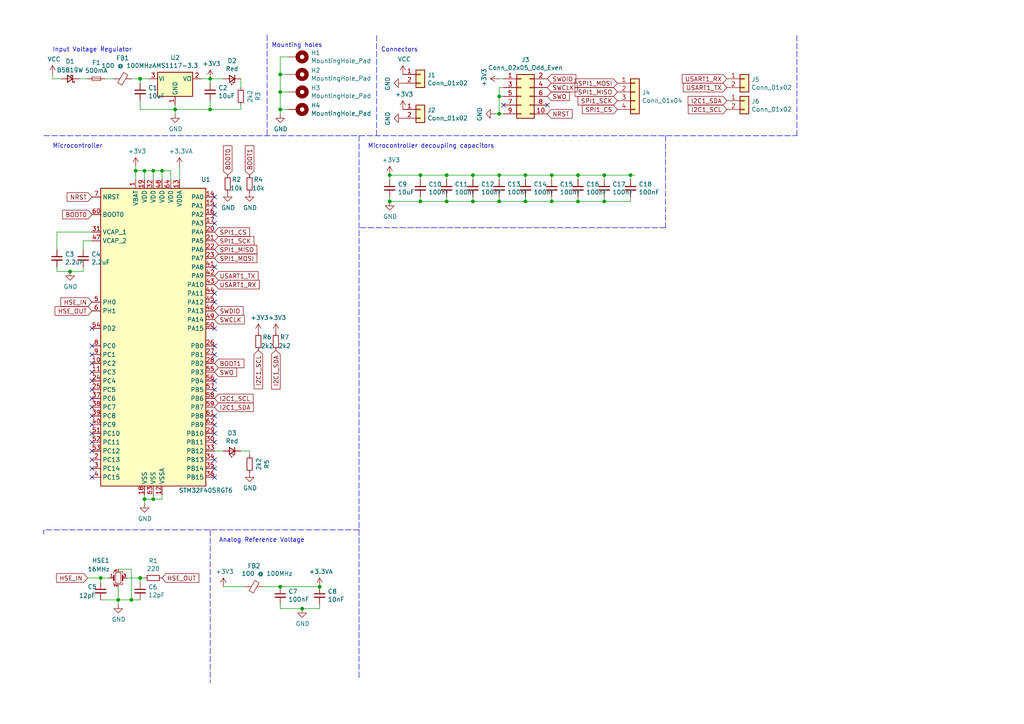
<source format=kicad_sch>
(kicad_sch (version 20211123) (generator eeschema)
  (paper "A4")
  (lib_symbols
    (symbol "Connector_Generic:Conn_01x02" (pin_names (offset 1.016) hide)
      (property "Reference" "J" (at 0 2.54 0))
      (property "Value" "Conn_01x02" (at 0 -5.08 0))
      (symbol "Conn_01x02_1_1"
        (rectangle (start -1.27 -2.413) (end 0 -2.667) (stroke (width 0.1524)))
        (rectangle (start -1.27 0.127) (end 0 -0.127) (stroke (width 0.1524)))
        (rectangle (start -1.27 1.27) (end 1.27 -3.81) (stroke (width 0.254)) (fill (type background)))
        (pin passive line (at -5.08 0 0) (length 3.81) (name "Pin_1") (number "1"))
        (pin passive line (at -5.08 -2.54 0) (length 3.81) (name "Pin_2") (number "2"))
      )
    )
    (symbol "Connector_Generic:Conn_01x04" (pin_names (offset 1.016) hide)
      (property "Reference" "J" (at 0 5.08 0))
      (property "Value" "Conn_01x04" (at 0 -7.62 0))
      (symbol "Conn_01x04_1_1"
        (rectangle (start -1.27 -4.953) (end 0 -5.207) (stroke (width 0.1524)))
        (rectangle (start -1.27 -2.413) (end 0 -2.667) (stroke (width 0.1524)))
        (rectangle (start -1.27 0.127) (end 0 -0.127) (stroke (width 0.1524)))
        (rectangle (start -1.27 2.667) (end 0 2.413) (stroke (width 0.1524)))
        (rectangle (start -1.27 3.81) (end 1.27 -6.35) (stroke (width 0.254)) (fill (type background)))
        (pin passive line (at -5.08 2.54 0) (length 3.81) (name "Pin_1") (number "1"))
        (pin passive line (at -5.08 0 0) (length 3.81) (name "Pin_2") (number "2"))
        (pin passive line (at -5.08 -2.54 0) (length 3.81) (name "Pin_3") (number "3"))
        (pin passive line (at -5.08 -5.08 0) (length 3.81) (name "Pin_4") (number "4"))
      )
    )
    (symbol "Connector_Generic:Conn_02x05_Odd_Even" (pin_names (offset 1.016) hide)
      (property "Reference" "J" (at 1.27 7.62 0))
      (property "Value" "Conn_02x05_Odd_Even" (at 1.27 -7.62 0))
      (symbol "Conn_02x05_Odd_Even_1_1"
        (rectangle (start -1.27 -4.953) (end 0 -5.207) (stroke (width 0.1524)))
        (rectangle (start -1.27 -2.413) (end 0 -2.667) (stroke (width 0.1524)))
        (rectangle (start -1.27 0.127) (end 0 -0.127) (stroke (width 0.1524)))
        (rectangle (start -1.27 2.667) (end 0 2.413) (stroke (width 0.1524)))
        (rectangle (start -1.27 5.207) (end 0 4.953) (stroke (width 0.1524)))
        (rectangle (start -1.27 6.35) (end 3.81 -6.35) (stroke (width 0.254)) (fill (type background)))
        (rectangle (start 3.81 -4.953) (end 2.54 -5.207) (stroke (width 0.1524)))
        (rectangle (start 3.81 -2.413) (end 2.54 -2.667) (stroke (width 0.1524)))
        (rectangle (start 3.81 0.127) (end 2.54 -0.127) (stroke (width 0.1524)))
        (rectangle (start 3.81 2.667) (end 2.54 2.413) (stroke (width 0.1524)))
        (rectangle (start 3.81 5.207) (end 2.54 4.953) (stroke (width 0.1524)))
        (pin passive line (at -5.08 5.08 0) (length 3.81) (name "Pin_1") (number "1"))
        (pin passive line (at 7.62 -5.08 180) (length 3.81) (name "Pin_10") (number "10"))
        (pin passive line (at 7.62 5.08 180) (length 3.81) (name "Pin_2") (number "2"))
        (pin passive line (at -5.08 2.54 0) (length 3.81) (name "Pin_3") (number "3"))
        (pin passive line (at 7.62 2.54 180) (length 3.81) (name "Pin_4") (number "4"))
        (pin passive line (at -5.08 0 0) (length 3.81) (name "Pin_5") (number "5"))
        (pin passive line (at 7.62 0 180) (length 3.81) (name "Pin_6") (number "6"))
        (pin passive line (at -5.08 -2.54 0) (length 3.81) (name "Pin_7") (number "7"))
        (pin passive line (at 7.62 -2.54 180) (length 3.81) (name "Pin_8") (number "8"))
        (pin passive line (at -5.08 -5.08 0) (length 3.81) (name "Pin_9") (number "9"))
      )
    )
    (symbol "Device:C_Small" (pin_numbers hide) (pin_names (offset 0.254) hide)
      (property "Reference" "C" (at 0.254 1.778 0))
      (property "Value" "C_Small" (at 0.254 -2.032 0))
      (symbol "C_Small_0_1"
        (polyline (pts (xy -1.524 -0.508) (xy 1.524 -0.508)) (stroke (width 0.3302)))
        (polyline (pts (xy -1.524 0.508) (xy 1.524 0.508)) (stroke (width 0.3048)))
      )
      (symbol "C_Small_1_1"
        (pin passive line (at 0 2.54 270) (length 2.032) (name "~") (number "1"))
        (pin passive line (at 0 -2.54 90) (length 2.032) (name "~") (number "2"))
      )
    )
    (symbol "Device:Crystal_GND24_Small" (pin_names (offset 1.016) hide)
      (property "Reference" "Y" (at 1.27 4.445 0))
      (property "Value" "Crystal_GND24_Small" (at 1.27 2.54 0))
      (symbol "Crystal_GND24_Small_0_1"
        (rectangle (start -0.762 -1.524) (end 0.762 1.524))
        (polyline (pts (xy -1.27 -0.762) (xy -1.27 0.762)) (stroke (width 0.381)))
        (polyline (pts (xy 1.27 -0.762) (xy 1.27 0.762)) (stroke (width 0.381)))
        (polyline (pts (xy -1.27 -1.27) (xy -1.27 -1.905) (xy 1.27 -1.905) (xy 1.27 -1.27)))
        (polyline (pts (xy -1.27 1.27) (xy -1.27 1.905) (xy 1.27 1.905) (xy 1.27 1.27)))
      )
      (symbol "Crystal_GND24_Small_1_1"
        (pin passive line (at -2.54 0 0) (length 1.27) (name "1") (number "1"))
        (pin passive line (at 0 -2.54 90) (length 0.635) (name "2") (number "2"))
        (pin passive line (at 2.54 0 180) (length 1.27) (name "3") (number "3"))
        (pin passive line (at 0 2.54 270) (length 0.635) (name "4") (number "4"))
      )
    )
    (symbol "Device:D_Schottky_Small" (pin_numbers hide) (pin_names (offset 0.254) hide)
      (property "Reference" "D" (at -1.27 2.032 0))
      (property "Value" "D_Schottky_Small" (at -7.112 -2.032 0))
      (symbol "D_Schottky_Small_0_1"
        (polyline (pts (xy -0.762 0) (xy 0.762 0)))
        (polyline (pts (xy 0.762 -1.016) (xy -0.762 0) (xy 0.762 1.016) (xy 0.762 -1.016)) (stroke (width 0.254)))
        (polyline (pts (xy -1.27 0.762) (xy -1.27 1.016) (xy -0.762 1.016) (xy -0.762 -1.016) (xy -0.254 -1.016) (xy -0.254 -0.762)) (stroke (width 0.254)))
      )
      (symbol "D_Schottky_Small_1_1"
        (pin passive line (at -2.54 0 0) (length 1.778) (name "K") (number "1"))
        (pin passive line (at 2.54 0 180) (length 1.778) (name "A") (number "2"))
      )
    )
    (symbol "Device:Fuse_Small" (pin_numbers hide) (pin_names (offset 0.254) hide)
      (property "Reference" "F" (at 0 -1.524 0))
      (property "Value" "Fuse_Small" (at 0 1.524 0))
      (symbol "Fuse_Small_0_1"
        (rectangle (start -1.27 0.508) (end 1.27 -0.508))
        (polyline (pts (xy -1.27 0) (xy 1.27 0)))
      )
      (symbol "Fuse_Small_1_1"
        (pin passive line (at -2.54 0 0) (length 1.27) (name "~") (number "1"))
        (pin passive line (at 2.54 0 180) (length 1.27) (name "~") (number "2"))
      )
    )
    (symbol "Device:LED_Small" (pin_numbers hide) (pin_names (offset 0.254) hide)
      (property "Reference" "D" (at -1.27 3.175 0))
      (property "Value" "LED_Small" (at -4.445 -2.54 0))
      (symbol "LED_Small_0_1"
        (polyline (pts (xy -0.762 -1.016) (xy -0.762 1.016)) (stroke (width 0.254)))
        (polyline (pts (xy 1.016 0) (xy -0.762 0)))
        (polyline (pts (xy 0.762 -1.016) (xy -0.762 0) (xy 0.762 1.016) (xy 0.762 -1.016)) (stroke (width 0.254)))
        (polyline (pts (xy 0 0.762) (xy -0.508 1.27) (xy -0.254 1.27) (xy -0.508 1.27) (xy -0.508 1.016)))
        (polyline (pts (xy 0.508 1.27) (xy 0 1.778) (xy 0.254 1.778) (xy 0 1.778) (xy 0 1.524)))
      )
      (symbol "LED_Small_1_1"
        (pin passive line (at -2.54 0 0) (length 1.778) (name "K") (number "1"))
        (pin passive line (at 2.54 0 180) (length 1.778) (name "A") (number "2"))
      )
    )
    (symbol "Device:R_Small" (pin_numbers hide) (pin_names (offset 0.254) hide)
      (property "Reference" "R" (at 0.762 0.508 0))
      (property "Value" "R_Small" (at 0.762 -1.016 0))
      (symbol "R_Small_0_1"
        (rectangle (start -0.762 1.778) (end 0.762 -1.778) (stroke (width 0.2032)))
      )
      (symbol "R_Small_1_1"
        (pin passive line (at 0 2.54 270) (length 0.762) (name "~") (number "1"))
        (pin passive line (at 0 -2.54 90) (length 0.762) (name "~") (number "2"))
      )
    )
    (symbol "MCU_ST_STM32F4:STM32F405RGTx"
      (property "Reference" "U" (at -15.24 44.45 0))
      (property "Value" "STM32F405RGTx" (at 10.16 44.45 0))
      (symbol "STM32F405RGTx_0_1"
        (rectangle (start -15.24 -43.18) (end 15.24 43.18) (stroke (width 0.254)) (fill (type background)))
      )
      (symbol "STM32F405RGTx_1_1"
        (pin power_in line (at -5.08 45.72 270) (length 2.54) (name "VBAT") (number "1"))
        (pin bidirectional line (at -17.78 -7.62 0) (length 2.54) (name "PC2") (number "10"))
        (pin bidirectional line (at -17.78 -10.16 0) (length 2.54) (name "PC3") (number "11"))
        (pin power_in line (at 2.54 -45.72 90) (length 2.54) (name "VSSA") (number "12"))
        (pin power_in line (at 7.62 45.72 270) (length 2.54) (name "VDDA") (number "13"))
        (pin bidirectional line (at 17.78 40.64 180) (length 2.54) (name "PA0") (number "14"))
        (pin bidirectional line (at 17.78 38.1 180) (length 2.54) (name "PA1") (number "15"))
        (pin bidirectional line (at 17.78 35.56 180) (length 2.54) (name "PA2") (number "16"))
        (pin bidirectional line (at 17.78 33.02 180) (length 2.54) (name "PA3") (number "17"))
        (pin power_in line (at -2.54 -45.72 90) (length 2.54) (name "VSS") (number "18"))
        (pin power_in line (at -2.54 45.72 270) (length 2.54) (name "VDD") (number "19"))
        (pin bidirectional line (at -17.78 -35.56 0) (length 2.54) (name "PC13") (number "2"))
        (pin bidirectional line (at 17.78 30.48 180) (length 2.54) (name "PA4") (number "20"))
        (pin bidirectional line (at 17.78 27.94 180) (length 2.54) (name "PA5") (number "21"))
        (pin bidirectional line (at 17.78 25.4 180) (length 2.54) (name "PA6") (number "22"))
        (pin bidirectional line (at 17.78 22.86 180) (length 2.54) (name "PA7") (number "23"))
        (pin bidirectional line (at -17.78 -12.7 0) (length 2.54) (name "PC4") (number "24"))
        (pin bidirectional line (at -17.78 -15.24 0) (length 2.54) (name "PC5") (number "25"))
        (pin bidirectional line (at 17.78 -2.54 180) (length 2.54) (name "PB0") (number "26"))
        (pin bidirectional line (at 17.78 -5.08 180) (length 2.54) (name "PB1") (number "27"))
        (pin bidirectional line (at 17.78 -7.62 180) (length 2.54) (name "PB2") (number "28"))
        (pin bidirectional line (at 17.78 -27.94 180) (length 2.54) (name "PB10") (number "29"))
        (pin bidirectional line (at -17.78 -38.1 0) (length 2.54) (name "PC14") (number "3"))
        (pin bidirectional line (at 17.78 -30.48 180) (length 2.54) (name "PB11") (number "30"))
        (pin power_in line (at -17.78 30.48 0) (length 2.54) (name "VCAP_1") (number "31"))
        (pin power_in line (at 0 45.72 270) (length 2.54) (name "VDD") (number "32"))
        (pin bidirectional line (at 17.78 -33.02 180) (length 2.54) (name "PB12") (number "33"))
        (pin bidirectional line (at 17.78 -35.56 180) (length 2.54) (name "PB13") (number "34"))
        (pin bidirectional line (at 17.78 -38.1 180) (length 2.54) (name "PB14") (number "35"))
        (pin bidirectional line (at 17.78 -40.64 180) (length 2.54) (name "PB15") (number "36"))
        (pin bidirectional line (at -17.78 -17.78 0) (length 2.54) (name "PC6") (number "37"))
        (pin bidirectional line (at -17.78 -20.32 0) (length 2.54) (name "PC7") (number "38"))
        (pin bidirectional line (at -17.78 -22.86 0) (length 2.54) (name "PC8") (number "39"))
        (pin bidirectional line (at -17.78 -40.64 0) (length 2.54) (name "PC15") (number "4"))
        (pin bidirectional line (at -17.78 -25.4 0) (length 2.54) (name "PC9") (number "40"))
        (pin bidirectional line (at 17.78 20.32 180) (length 2.54) (name "PA8") (number "41"))
        (pin bidirectional line (at 17.78 17.78 180) (length 2.54) (name "PA9") (number "42"))
        (pin bidirectional line (at 17.78 15.24 180) (length 2.54) (name "PA10") (number "43"))
        (pin bidirectional line (at 17.78 12.7 180) (length 2.54) (name "PA11") (number "44"))
        (pin bidirectional line (at 17.78 10.16 180) (length 2.54) (name "PA12") (number "45"))
        (pin bidirectional line (at 17.78 7.62 180) (length 2.54) (name "PA13") (number "46"))
        (pin power_in line (at -17.78 27.94 0) (length 2.54) (name "VCAP_2") (number "47"))
        (pin power_in line (at 2.54 45.72 270) (length 2.54) (name "VDD") (number "48"))
        (pin bidirectional line (at 17.78 5.08 180) (length 2.54) (name "PA14") (number "49"))
        (pin input line (at -17.78 10.16 0) (length 2.54) (name "PH0") (number "5"))
        (pin bidirectional line (at 17.78 2.54 180) (length 2.54) (name "PA15") (number "50"))
        (pin bidirectional line (at -17.78 -27.94 0) (length 2.54) (name "PC10") (number "51"))
        (pin bidirectional line (at -17.78 -30.48 0) (length 2.54) (name "PC11") (number "52"))
        (pin bidirectional line (at -17.78 -33.02 0) (length 2.54) (name "PC12") (number "53"))
        (pin bidirectional line (at -17.78 2.54 0) (length 2.54) (name "PD2") (number "54"))
        (pin bidirectional line (at 17.78 -10.16 180) (length 2.54) (name "PB3") (number "55"))
        (pin bidirectional line (at 17.78 -12.7 180) (length 2.54) (name "PB4") (number "56"))
        (pin bidirectional line (at 17.78 -15.24 180) (length 2.54) (name "PB5") (number "57"))
        (pin bidirectional line (at 17.78 -17.78 180) (length 2.54) (name "PB6") (number "58"))
        (pin bidirectional line (at 17.78 -20.32 180) (length 2.54) (name "PB7") (number "59"))
        (pin input line (at -17.78 7.62 0) (length 2.54) (name "PH1") (number "6"))
        (pin input line (at -17.78 35.56 0) (length 2.54) (name "BOOT0") (number "60"))
        (pin bidirectional line (at 17.78 -22.86 180) (length 2.54) (name "PB8") (number "61"))
        (pin bidirectional line (at 17.78 -25.4 180) (length 2.54) (name "PB9") (number "62"))
        (pin power_in line (at 0 -45.72 90) (length 2.54) (name "VSS") (number "63"))
        (pin power_in line (at 5.08 45.72 270) (length 2.54) (name "VDD") (number "64"))
        (pin input line (at -17.78 40.64 0) (length 2.54) (name "NRST") (number "7"))
        (pin bidirectional line (at -17.78 -2.54 0) (length 2.54) (name "PC0") (number "8"))
        (pin bidirectional line (at -17.78 -5.08 0) (length 2.54) (name "PC1") (number "9"))
      )
    )
    (symbol "Mechanical:MountingHole_Pad" (pin_numbers hide) (pin_names (offset 1.016) hide)
      (property "Reference" "H" (at 0 6.35 0))
      (property "Value" "MountingHole_Pad" (at 0 4.445 0))
      (symbol "MountingHole_Pad_0_1"
        (circle (center 0 1.27) (radius 1.27) (stroke (width 1.27)))
      )
      (symbol "MountingHole_Pad_1_1"
        (pin input line (at 0 -2.54 90) (length 2.54) (name "1") (number "1"))
      )
    )
    (symbol "Regulator_Linear:AMS1117-3.3" (pin_names (offset 0.254))
      (property "Reference" "U" (at -3.81 3.175 0))
      (property "Value" "AMS1117-3.3" (at 0 3.175 0))
      (symbol "AMS1117-3.3_0_1"
        (rectangle (start -5.08 -5.08) (end 5.08 1.905) (stroke (width 0.254)) (fill (type background)))
      )
      (symbol "AMS1117-3.3_1_1"
        (pin power_in line (at 0 -7.62 90) (length 2.54) (name "GND") (number "1"))
        (pin power_out line (at 7.62 0 180) (length 2.54) (name "VO") (number "2"))
        (pin power_in line (at -7.62 0 0) (length 2.54) (name "VI") (number "3"))
      )
    )
    (symbol "STM32F4_Breakout-rescue:Ferrite_Bead_Small-Device" (pin_numbers hide) (pin_names (offset 0))
      (property "Reference" "FB" (at 1.905 1.27 0))
      (property "Value" "Ferrite_Bead_Small-Device" (at 1.905 -1.27 0))
      (symbol "Ferrite_Bead_Small-Device_0_1"
        (polyline (pts (xy 0 -1.27) (xy 0 -0.7874)))
        (polyline (pts (xy 0 0.889) (xy 0 1.2954)))
        (polyline (pts (xy -1.8288 0.2794) (xy -1.1176 1.4986) (xy 1.8288 -0.2032) (xy 1.1176 -1.4224) (xy -1.8288 0.2794)))
      )
      (symbol "Ferrite_Bead_Small-Device_1_1"
        (pin passive line (at 0 2.54 270) (length 1.27) (name "~") (number "1"))
        (pin passive line (at 0 -2.54 90) (length 1.27) (name "~") (number "2"))
      )
    )
    (symbol "power:+3.3VA" (power) (pin_names (offset 0))
      (property "Value" "+3.3VA" (at 0 3.556 0))
      (symbol "+3.3VA_0_1"
        (polyline (pts (xy -0.762 1.27) (xy 0 2.54)))
        (polyline (pts (xy 0 0) (xy 0 2.54)))
        (polyline (pts (xy 0 2.54) (xy 0.762 1.27)))
      )
      (symbol "+3.3VA_1_1"
        (pin power_in line (at 0 0 90) (length 0) hide (name "+3.3VA") (number "1"))
      )
    )
    (symbol "power:+3V3" (power) (pin_names (offset 0))
      (property "Value" "+3V3" (at 0 3.556 0))
      (symbol "+3V3_0_1"
        (polyline (pts (xy -0.762 1.27) (xy 0 2.54)))
        (polyline (pts (xy 0 0) (xy 0 2.54)))
        (polyline (pts (xy 0 2.54) (xy 0.762 1.27)))
      )
      (symbol "+3V3_1_1"
        (pin power_in line (at 0 0 90) (length 0) hide (name "+3V3") (number "1"))
      )
    )
    (symbol "power:GND" (power) (pin_names (offset 0))
      (property "Value" "GND" (at 0 -3.81 0))
      (symbol "GND_0_1"
        (polyline (pts (xy 0 0) (xy 0 -1.27) (xy 1.27 -1.27) (xy 0 -2.54) (xy -1.27 -1.27) (xy 0 -1.27)))
      )
      (symbol "GND_1_1"
        (pin power_in line (at 0 0 270) (length 0) hide (name "GND") (number "1"))
      )
    )
    (symbol "power:VCC" (power) (pin_names (offset 0))
      (property "Value" "VCC" (at 0 3.81 0))
      (symbol "VCC_0_1"
        (polyline (pts (xy -0.762 1.27) (xy 0 2.54)))
        (polyline (pts (xy 0 0) (xy 0 2.54)))
        (polyline (pts (xy 0 2.54) (xy 0.762 1.27)))
      )
      (symbol "VCC_1_1"
        (pin power_in line (at 0 0 90) (length 0) hide (name "VCC") (number "1"))
      )
    )
  )
  (junction (at 81.28 21.59))
  (junction (at 137.16 58.42))
  (junction (at 144.78 33.02))
  (junction (at 39.37 49.53))
  (junction (at 113.03 58.42))
  (junction (at 41.91 49.53))
  (junction (at 44.45 144.78))
  (junction (at 29.21 167.64))
  (junction (at 92.71 170.18))
  (junction (at 129.54 58.42))
  (junction (at 113.03 50.8))
  (junction (at 20.32 78.74))
  (junction (at 41.91 144.78))
  (junction (at 160.02 50.8))
  (junction (at 129.54 50.8))
  (junction (at 44.45 49.53))
  (junction (at 40.64 167.64))
  (junction (at 137.16 50.8))
  (junction (at 121.92 50.8))
  (junction (at 50.8 31.75))
  (junction (at 167.64 50.8))
  (junction (at 182.88 50.8))
  (junction (at 60.96 22.86))
  (junction (at 152.4 58.42))
  (junction (at 175.26 50.8))
  (junction (at 160.02 58.42))
  (junction (at 81.28 170.18))
  (junction (at 81.28 26.67))
  (junction (at 121.92 58.42))
  (junction (at 81.28 31.75))
  (junction (at 38.1 173.99))
  (junction (at 144.78 58.42))
  (junction (at 144.78 50.8))
  (junction (at 40.64 22.86))
  (junction (at 46.99 49.53))
  (junction (at 167.64 58.42))
  (junction (at 175.26 58.42))
  (junction (at 144.78 27.94))
  (junction (at 152.4 50.8))
  (junction (at 60.96 31.75))
  (junction (at 87.63 176.53))
  (junction (at 34.29 173.99))
  (no_connect (at 26.67 102.87))
  (no_connect (at 26.67 105.41))
  (no_connect (at 62.23 138.43))
  (no_connect (at 62.23 133.35))
  (no_connect (at 62.23 135.89))
  (no_connect (at 62.23 85.09))
  (no_connect (at 26.67 107.95))
  (no_connect (at 26.67 95.25))
  (no_connect (at 26.67 120.65))
  (no_connect (at 62.23 123.19))
  (no_connect (at 62.23 110.49))
  (no_connect (at 62.23 59.69))
  (no_connect (at 26.67 110.49))
  (no_connect (at 62.23 128.27))
  (no_connect (at 62.23 102.87))
  (no_connect (at 26.67 128.27))
  (no_connect (at 158.75 30.48))
  (no_connect (at 62.23 120.65))
  (no_connect (at 146.05 30.48))
  (no_connect (at 62.23 62.23))
  (no_connect (at 62.23 95.25))
  (no_connect (at 62.23 100.33))
  (no_connect (at 26.67 115.57))
  (no_connect (at 62.23 57.15))
  (no_connect (at 62.23 64.77))
  (no_connect (at 26.67 130.81))
  (no_connect (at 62.23 77.47))
  (no_connect (at 26.67 113.03))
  (no_connect (at 26.67 135.89))
  (no_connect (at 26.67 125.73))
  (no_connect (at 62.23 113.03))
  (no_connect (at 26.67 100.33))
  (no_connect (at 26.67 118.11))
  (no_connect (at 62.23 125.73))
  (no_connect (at 26.67 133.35))
  (no_connect (at 62.23 87.63))
  (no_connect (at 26.67 138.43))
  (no_connect (at 26.67 123.19))
  (wire (pts (xy 144.78 57.15) (xy 144.78 58.42)))
  (wire (pts (xy 129.54 52.07) (xy 129.54 50.8)))
  (wire (pts (xy 81.28 16.51) (xy 81.28 21.59)))
  (wire (pts (xy 69.85 25.4) (xy 69.85 22.86)))
  (wire (pts (xy 36.83 167.64) (xy 40.64 167.64)))
  (polyline (pts (xy 12.7 39.37) (xy 231.14 39.37)))
  (wire (pts (xy 144.78 52.07) (xy 144.78 50.8)))
  (wire (pts (xy 64.77 22.86) (xy 60.96 22.86)))
  (wire (pts (xy 146.05 22.86) (xy 144.78 22.86)))
  (wire (pts (xy 29.21 173.99) (xy 34.29 173.99)))
  (wire (pts (xy 113.03 50.8) (xy 121.92 50.8)))
  (wire (pts (xy 152.4 50.8) (xy 152.4 52.07)))
  (wire (pts (xy 41.91 52.07) (xy 41.91 49.53)))
  (wire (pts (xy 81.28 176.53) (xy 87.63 176.53)))
  (wire (pts (xy 30.48 22.86) (xy 33.02 22.86)))
  (wire (pts (xy 167.64 58.42) (xy 175.26 58.42)))
  (wire (pts (xy 41.91 146.05) (xy 41.91 144.78)))
  (wire (pts (xy 16.51 77.47) (xy 16.51 78.74)))
  (wire (pts (xy 81.28 175.26) (xy 81.28 176.53)))
  (wire (pts (xy 41.91 49.53) (xy 44.45 49.53)))
  (wire (pts (xy 69.85 31.75) (xy 60.96 31.75)))
  (wire (pts (xy 113.03 58.42) (xy 121.92 58.42)))
  (wire (pts (xy 40.64 168.91) (xy 40.64 167.64)))
  (wire (pts (xy 160.02 58.42) (xy 167.64 58.42)))
  (polyline (pts (xy 193.04 39.37) (xy 193.04 66.04)))
  (wire (pts (xy 182.88 52.07) (xy 182.88 50.8)))
  (wire (pts (xy 81.28 26.67) (xy 81.28 31.75)))
  (wire (pts (xy 137.16 50.8) (xy 129.54 50.8)))
  (wire (pts (xy 22.86 22.86) (xy 25.4 22.86)))
  (wire (pts (xy 92.71 176.53) (xy 87.63 176.53)))
  (wire (pts (xy 143.51 33.02) (xy 144.78 33.02)))
  (wire (pts (xy 60.96 31.75) (xy 50.8 31.75)))
  (wire (pts (xy 38.1 165.1) (xy 38.1 173.99)))
  (wire (pts (xy 83.82 31.75) (xy 81.28 31.75)))
  (wire (pts (xy 60.96 22.86) (xy 58.42 22.86)))
  (wire (pts (xy 15.24 22.86) (xy 17.78 22.86)))
  (wire (pts (xy 34.29 170.18) (xy 34.29 173.99)))
  (wire (pts (xy 16.51 67.31) (xy 26.67 67.31)))
  (wire (pts (xy 60.96 29.21) (xy 60.96 31.75)))
  (wire (pts (xy 40.64 24.13) (xy 40.64 22.86)))
  (wire (pts (xy 167.64 50.8) (xy 160.02 50.8)))
  (polyline (pts (xy 231.14 39.37) (xy 231.14 10.16)))
  (wire (pts (xy 38.1 173.99) (xy 34.29 173.99)))
  (wire (pts (xy 144.78 33.02) (xy 146.05 33.02)))
  (wire (pts (xy 39.37 48.26) (xy 39.37 49.53)))
  (wire (pts (xy 167.64 57.15) (xy 167.64 58.42)))
  (wire (pts (xy 31.75 167.64) (xy 29.21 167.64)))
  (wire (pts (xy 81.28 21.59) (xy 81.28 26.67)))
  (wire (pts (xy 46.99 143.51) (xy 46.99 144.78)))
  (polyline (pts (xy 193.04 66.04) (xy 104.14 66.04)))
  (wire (pts (xy 44.45 143.51) (xy 44.45 144.78)))
  (wire (pts (xy 34.29 173.99) (xy 34.29 175.26)))
  (wire (pts (xy 92.71 170.18) (xy 81.28 170.18)))
  (wire (pts (xy 121.92 58.42) (xy 129.54 58.42)))
  (wire (pts (xy 129.54 50.8) (xy 121.92 50.8)))
  (wire (pts (xy 83.82 21.59) (xy 81.28 21.59)))
  (wire (pts (xy 146.05 25.4) (xy 144.78 25.4)))
  (wire (pts (xy 15.24 21.59) (xy 15.24 22.86)))
  (wire (pts (xy 152.4 57.15) (xy 152.4 58.42)))
  (wire (pts (xy 144.78 50.8) (xy 137.16 50.8)))
  (wire (pts (xy 182.88 50.8) (xy 184.15 50.8)))
  (wire (pts (xy 24.13 72.39) (xy 24.13 69.85)))
  (wire (pts (xy 175.26 57.15) (xy 175.26 58.42)))
  (wire (pts (xy 83.82 16.51) (xy 81.28 16.51)))
  (wire (pts (xy 182.88 58.42) (xy 182.88 57.15)))
  (wire (pts (xy 40.64 31.75) (xy 50.8 31.75)))
  (polyline (pts (xy 104.14 39.37) (xy 104.14 196.85)))
  (wire (pts (xy 113.03 50.8) (xy 113.03 52.07)))
  (wire (pts (xy 44.45 144.78) (xy 41.91 144.78)))
  (wire (pts (xy 34.29 165.1) (xy 38.1 165.1)))
  (wire (pts (xy 152.4 50.8) (xy 144.78 50.8)))
  (wire (pts (xy 40.64 167.64) (xy 41.91 167.64)))
  (wire (pts (xy 81.28 31.75) (xy 81.28 33.02)))
  (wire (pts (xy 29.21 167.64) (xy 25.4 167.64)))
  (wire (pts (xy 46.99 49.53) (xy 49.53 49.53)))
  (wire (pts (xy 24.13 69.85) (xy 26.67 69.85)))
  (wire (pts (xy 49.53 49.53) (xy 49.53 52.07)))
  (polyline (pts (xy 104.14 153.67) (xy 12.7 153.67)))
  (polyline (pts (xy 12.7 153.67) (xy 12.7 154.94)))
  (wire (pts (xy 152.4 58.42) (xy 160.02 58.42)))
  (wire (pts (xy 44.45 52.07) (xy 44.45 49.53)))
  (wire (pts (xy 160.02 50.8) (xy 152.4 50.8)))
  (wire (pts (xy 20.32 78.74) (xy 24.13 78.74)))
  (wire (pts (xy 39.37 49.53) (xy 39.37 52.07)))
  (polyline (pts (xy 60.96 153.67) (xy 60.96 198.12)))
  (wire (pts (xy 144.78 25.4) (xy 144.78 27.94)))
  (wire (pts (xy 92.71 175.26) (xy 92.71 176.53)))
  (wire (pts (xy 144.78 27.94) (xy 144.78 33.02)))
  (wire (pts (xy 146.05 27.94) (xy 144.78 27.94)))
  (wire (pts (xy 44.45 49.53) (xy 46.99 49.53)))
  (wire (pts (xy 167.64 50.8) (xy 167.64 52.07)))
  (wire (pts (xy 16.51 72.39) (xy 16.51 67.31)))
  (wire (pts (xy 50.8 30.48) (xy 50.8 31.75)))
  (wire (pts (xy 60.96 24.13) (xy 60.96 22.86)))
  (wire (pts (xy 40.64 173.99) (xy 38.1 173.99)))
  (polyline (pts (xy 109.22 39.37) (xy 109.22 10.16)))
  (wire (pts (xy 144.78 58.42) (xy 152.4 58.42)))
  (wire (pts (xy 62.23 130.81) (xy 64.77 130.81)))
  (polyline (pts (xy 77.47 10.16) (xy 77.47 39.37)))
  (wire (pts (xy 175.26 58.42) (xy 182.88 58.42)))
  (wire (pts (xy 16.51 78.74) (xy 20.32 78.74)))
  (wire (pts (xy 83.82 26.67) (xy 81.28 26.67)))
  (wire (pts (xy 46.99 144.78) (xy 44.45 144.78)))
  (wire (pts (xy 175.26 50.8) (xy 182.88 50.8)))
  (wire (pts (xy 160.02 57.15) (xy 160.02 58.42)))
  (wire (pts (xy 121.92 57.15) (xy 121.92 58.42)))
  (wire (pts (xy 175.26 50.8) (xy 167.64 50.8)))
  (wire (pts (xy 24.13 78.74) (xy 24.13 77.47)))
  (wire (pts (xy 39.37 49.53) (xy 41.91 49.53)))
  (wire (pts (xy 160.02 50.8) (xy 160.02 52.07)))
  (wire (pts (xy 72.39 130.81) (xy 72.39 132.08)))
  (wire (pts (xy 129.54 58.42) (xy 137.16 58.42)))
  (wire (pts (xy 69.85 130.81) (xy 72.39 130.81)))
  (wire (pts (xy 76.2 170.18) (xy 81.28 170.18)))
  (wire (pts (xy 64.77 170.18) (xy 71.12 170.18)))
  (wire (pts (xy 50.8 31.75) (xy 50.8 33.02)))
  (wire (pts (xy 52.07 48.26) (xy 52.07 52.07)))
  (wire (pts (xy 40.64 29.21) (xy 40.64 31.75)))
  (wire (pts (xy 137.16 57.15) (xy 137.16 58.42)))
  (wire (pts (xy 113.03 57.15) (xy 113.03 58.42)))
  (wire (pts (xy 137.16 58.42) (xy 144.78 58.42)))
  (wire (pts (xy 38.1 22.86) (xy 40.64 22.86)))
  (wire (pts (xy 41.91 144.78) (xy 41.91 143.51)))
  (wire (pts (xy 69.85 30.48) (xy 69.85 31.75)))
  (wire (pts (xy 129.54 57.15) (xy 129.54 58.42)))
  (wire (pts (xy 175.26 52.07) (xy 175.26 50.8)))
  (wire (pts (xy 29.21 168.91) (xy 29.21 167.64)))
  (wire (pts (xy 40.64 22.86) (xy 43.18 22.86)))
  (wire (pts (xy 121.92 52.07) (xy 121.92 50.8)))
  (wire (pts (xy 137.16 52.07) (xy 137.16 50.8)))
  (wire (pts (xy 46.99 52.07) (xy 46.99 49.53)))
  (text "Mounting holes" (at 78.74 13.97 0) (effects (font (size 1.27 1.27)) (justify left bottom)))
  (text "Microcontroller" (at 15.24 43.18 0) (effects (font (size 1.27 1.27)) (justify left bottom)))
  (text "Microcontroller decoupling capacitors\n" (at 106.68 43.18 0) (effects (font (size 1.27 1.27)) (justify left bottom)))
  (text "Analog Reference Voltage" (at 63.5 157.48 0) (effects (font (size 1.27 1.27)) (justify left bottom)))
  (text "Connectors" (at 110.49 15.24 0) (effects (font (size 1.27 1.27)) (justify left bottom)))
  (text "Input Voltage Regulator" (at 15.24 15.24 0) (effects (font (size 1.27 1.27)) (justify left bottom)))
  (global_label "BOOT1" (shape input) (at 62.23 105.41 0) (property "Intersheet References" "${INTERSHEET_REFS}" (effects hide)))
  (global_label "SPI1_SCK" (shape input) (at 179.07 29.21 180) (property "Intersheet References" "${INTERSHEET_REFS}" (effects hide)))
  (global_label "SPI1_CS" (shape input) (at 179.07 31.75 180) (property "Intersheet References" "${INTERSHEET_REFS}" (effects hide)))
  (global_label "HSE_IN" (shape input) (at 25.4 167.64 180) (property "Intersheet References" "${INTERSHEET_REFS}" (effects hide)))
  (global_label "SWO" (shape input) (at 158.75 27.94 0) (property "Intersheet References" "${INTERSHEET_REFS}" (effects hide)))
  (global_label "BOOT1" (shape input) (at 72.39 50.8 90) (property "Intersheet References" "${INTERSHEET_REFS}" (effects hide)))
  (global_label "SWDIO" (shape input) (at 62.23 90.17 0) (property "Intersheet References" "${INTERSHEET_REFS}" (effects hide)))
  (global_label "BOOT0" (shape input) (at 66.04 50.8 90) (property "Intersheet References" "${INTERSHEET_REFS}" (effects hide)))
  (global_label "I2C1_SDA" (shape input) (at 62.23 118.11 0) (property "Intersheet References" "${INTERSHEET_REFS}" (effects hide)))
  (global_label "HSE_OUT" (shape input) (at 46.99 167.64 0) (property "Intersheet References" "${INTERSHEET_REFS}" (effects hide)))
  (global_label "NRST" (shape input) (at 158.75 33.02 0) (property "Intersheet References" "${INTERSHEET_REFS}" (effects hide)))
  (global_label "SWCLK" (shape input) (at 62.23 92.71 0) (property "Intersheet References" "${INTERSHEET_REFS}" (effects hide)))
  (global_label "HSE_OUT" (shape input) (at 26.67 90.17 180) (property "Intersheet References" "${INTERSHEET_REFS}" (effects hide)))
  (global_label "BOOT0" (shape input) (at 26.67 62.23 180) (property "Intersheet References" "${INTERSHEET_REFS}" (effects hide)))
  (global_label "USART1_TX" (shape input) (at 62.23 80.01 0) (property "Intersheet References" "${INTERSHEET_REFS}" (effects hide)))
  (global_label "NRST" (shape input) (at 26.67 57.15 180) (property "Intersheet References" "${INTERSHEET_REFS}" (effects hide)))
  (global_label "SPI1_CS" (shape input) (at 62.23 67.31 0) (property "Intersheet References" "${INTERSHEET_REFS}" (effects hide)))
  (global_label "SWDIO" (shape input) (at 158.75 22.86 0) (property "Intersheet References" "${INTERSHEET_REFS}" (effects hide)))
  (global_label "SPI1_MOSI" (shape input) (at 62.23 74.93 0) (property "Intersheet References" "${INTERSHEET_REFS}" (effects hide)))
  (global_label "I2C1_SCL" (shape input) (at 210.82 31.75 180) (property "Intersheet References" "${INTERSHEET_REFS}" (effects hide)))
  (global_label "USART1_RX" (shape input) (at 210.82 22.86 180) (property "Intersheet References" "${INTERSHEET_REFS}" (effects hide)))
  (global_label "I2C1_SDA" (shape input) (at 210.82 29.21 180) (property "Intersheet References" "${INTERSHEET_REFS}" (effects hide)))
  (global_label "SPI1_MISO" (shape input) (at 179.07 26.67 180) (property "Intersheet References" "${INTERSHEET_REFS}" (effects hide)))
  (global_label "SWCLK" (shape input) (at 158.75 25.4 0) (property "Intersheet References" "${INTERSHEET_REFS}" (effects hide)))
  (global_label "SWO" (shape input) (at 62.23 107.95 0) (property "Intersheet References" "${INTERSHEET_REFS}" (effects hide)))
  (global_label "SPI1_MOSI" (shape input) (at 179.07 24.13 180) (property "Intersheet References" "${INTERSHEET_REFS}" (effects hide)))
  (global_label "SPI1_SCK" (shape input) (at 62.23 69.85 0) (property "Intersheet References" "${INTERSHEET_REFS}" (effects hide)))
  (global_label "USART1_RX" (shape input) (at 62.23 82.55 0) (property "Intersheet References" "${INTERSHEET_REFS}" (effects hide)))
  (global_label "USART1_TX" (shape input) (at 210.82 25.4 180) (property "Intersheet References" "${INTERSHEET_REFS}" (effects hide)))
  (global_label "I2C1_SCL" (shape input) (at 62.23 115.57 0) (property "Intersheet References" "${INTERSHEET_REFS}" (effects hide)))
  (global_label "SPI1_MISO" (shape input) (at 62.23 72.39 0) (property "Intersheet References" "${INTERSHEET_REFS}" (effects hide)))
  (global_label "I2C1_SDA" (shape input) (at 80.01 101.6 270) (property "Intersheet References" "${INTERSHEET_REFS}" (effects hide)))
  (global_label "HSE_IN" (shape input) (at 26.67 87.63 180) (property "Intersheet References" "${INTERSHEET_REFS}" (effects hide)))
  (global_label "I2C1_SCL" (shape input) (at 74.93 101.6 270) (property "Intersheet References" "${INTERSHEET_REFS}" (effects hide)))
  (symbol (lib_id "MCU_ST_STM32F4:STM32F405RGTx") (at 44.45 97.79 0) (unit 1)
    (property "Reference" "U1" (at 59.69 52.07 0))
    (property "Value" "STM32F405RGT6" (at 59.69 142.24 0))
    (property "Footprint" "Package_QFP:LQFP-64_10x10mm_P0.5mm" (effects hide))
    (property "Datasheet" "http://www.st.com/st-web-ui/static/active/en/resource/technical/document/datasheet/DM00037051.pdf" (effects hide))
  )
  (symbol (lib_id "Regulator_Linear:AMS1117-3.3") (at 50.8 22.86 0) (unit 1)
    (property "Reference" "U2" (at 50.8 16.7132 0))
    (property "Value" "AMS1117-3.3" (at 50.8 19.0246 0))
    (property "Footprint" "Package_TO_SOT_SMD:SOT-223-3_TabPin2" (effects hide))
    (property "Datasheet" "http://www.advanced-monolithic.com/pdf/ds1117.pdf" (effects hide))
  )
  (symbol (lib_id "STM32F4_Breakout-rescue:Ferrite_Bead_Small-Device") (at 35.56 22.86 270) (unit 1)
    (property "Reference" "FB1" (at 35.56 16.8402 90))
    (property "Value" "100 @ 100MHz" (at 36.83 19.05 90))
    (property "Footprint" "Inductor_SMD:L_0805_2012Metric" (effects hide))
  )
  (symbol (lib_id "Device:Fuse_Small") (at 27.94 22.86 0) (unit 1)
    (property "Reference" "F1" (at 27.94 18.161 0))
    (property "Value" "500mA" (at 27.94 20.4724 0))
    (property "Footprint" "Fuse:Fuse_0603_1608Metric" (effects hide))
  )
  (symbol (lib_id "Device:D_Schottky_Small") (at 20.32 22.86 180) (unit 1)
    (property "Reference" "D1" (at 20.32 17.78 0))
    (property "Value" "B5819W" (at 20.32 20.32 0))
    (property "Footprint" "Diode_SMD:D_SOD-123" (effects hide))
  )
  (symbol (lib_id "Device:C_Small") (at 40.64 26.67 0) (unit 1)
    (property "Reference" "C1" (at 42.9768 25.5016 0) (effects (justify left)))
    (property "Value" "10uF" (at 42.9768 27.813 0) (effects (justify left)))
    (property "Footprint" "Capacitor_SMD:C_0805_2012Metric" (effects hide))
  )
  (symbol (lib_id "Device:C_Small") (at 60.96 26.67 0) (unit 1)
    (property "Reference" "C2" (at 63.2968 25.5016 0) (effects (justify left)))
    (property "Value" "10uF" (at 63.2968 27.813 0) (effects (justify left)))
    (property "Footprint" "Capacitor_SMD:C_0805_2012Metric" (effects hide))
  )
  (symbol (lib_id "power:GND") (at 50.8 33.02 0) (unit 1)
    (property "Reference" "#PWR06" (effects hide))
    (property "Value" "GND" (at 50.927 37.4142 0))
  )
  (symbol (lib_id "power:VCC") (at 15.24 21.59 0) (unit 1)
    (property "Reference" "#PWR01" (effects hide))
    (property "Value" "VCC" (at 15.6718 17.1958 0))
  )
  (symbol (lib_id "power:+3V3") (at 60.96 22.86 0) (unit 1)
    (property "Reference" "#PWR08" (effects hide))
    (property "Value" "+3V3" (at 61.341 18.4658 0))
  )
  (symbol (lib_id "power:+3V3") (at 39.37 48.26 0) (unit 1)
    (property "Reference" "#PWR04" (effects hide))
    (property "Value" "+3V3" (at 39.751 43.8658 0))
  )
  (symbol (lib_id "power:+3V3") (at 64.77 170.18 0) (unit 1)
    (property "Reference" "#PWR09" (effects hide))
    (property "Value" "+3V3" (at 65.151 165.7858 0))
  )
  (symbol (lib_id "STM32F4_Breakout-rescue:Ferrite_Bead_Small-Device") (at 73.66 170.18 270) (unit 1)
    (property "Reference" "FB2" (at 73.66 164.1602 90))
    (property "Value" "100 @ 100MHz" (at 77.47 166.37 90))
    (property "Footprint" "Inductor_SMD:L_0805_2012Metric" (effects hide))
  )
  (symbol (lib_id "Device:C_Small") (at 81.28 172.72 0) (unit 1)
    (property "Reference" "C7" (at 83.6168 171.5516 0) (effects (justify left)))
    (property "Value" "100nF" (at 83.6168 173.863 0) (effects (justify left)))
    (property "Footprint" "Capacitor_SMD:C_0402_1005Metric" (effects hide))
  )
  (symbol (lib_id "Device:C_Small") (at 92.71 172.72 0) (unit 1)
    (property "Reference" "C8" (at 95.0468 171.5516 0) (effects (justify left)))
    (property "Value" "10nF" (at 95.0468 173.863 0) (effects (justify left)))
    (property "Footprint" "Capacitor_SMD:C_0402_1005Metric" (effects hide))
  )
  (symbol (lib_id "power:GND") (at 87.63 176.53 0) (unit 1)
    (property "Reference" "#PWR016" (effects hide))
    (property "Value" "GND" (at 87.757 180.9242 0))
  )
  (symbol (lib_id "power:+3.3VA") (at 92.71 170.18 0) (unit 1)
    (property "Reference" "#PWR017" (effects hide))
    (property "Value" "+3.3VA" (at 93.091 165.7858 0))
  )
  (symbol (lib_id "power:+3.3VA") (at 52.07 48.26 0) (unit 1)
    (property "Reference" "#PWR07" (effects hide))
    (property "Value" "+3.3VA" (at 52.451 43.8658 0))
  )
  (symbol (lib_id "power:GND") (at 41.91 146.05 0) (unit 1)
    (property "Reference" "#PWR05" (effects hide))
    (property "Value" "GND" (at 42.037 150.4442 0))
  )
  (symbol (lib_id "Device:C_Small") (at 152.4 54.61 0) (unit 1)
    (property "Reference" "C14" (at 154.7368 53.4416 0) (effects (justify left)))
    (property "Value" "100nF" (at 154.7368 55.753 0) (effects (justify left)))
    (property "Footprint" "Capacitor_SMD:C_0402_1005Metric" (effects hide))
  )
  (symbol (lib_id "Device:C_Small") (at 160.02 54.61 0) (unit 1)
    (property "Reference" "C15" (at 162.3568 53.4416 0) (effects (justify left)))
    (property "Value" "100nF" (at 162.3568 55.753 0) (effects (justify left)))
    (property "Footprint" "Capacitor_SMD:C_0402_1005Metric" (effects hide))
  )
  (symbol (lib_id "Device:C_Small") (at 167.64 54.61 0) (unit 1)
    (property "Reference" "C16" (at 169.9768 53.4416 0) (effects (justify left)))
    (property "Value" "100nF" (at 169.9768 55.753 0) (effects (justify left)))
    (property "Footprint" "Capacitor_SMD:C_0402_1005Metric" (effects hide))
  )
  (symbol (lib_id "Device:C_Small") (at 175.26 54.61 0) (unit 1)
    (property "Reference" "C17" (at 177.5968 53.4416 0) (effects (justify left)))
    (property "Value" "100nF" (at 177.5968 55.753 0) (effects (justify left)))
    (property "Footprint" "Capacitor_SMD:C_0402_1005Metric" (effects hide))
  )
  (symbol (lib_id "Device:C_Small") (at 144.78 54.61 0) (unit 1)
    (property "Reference" "C13" (at 147.1168 53.4416 0) (effects (justify left)))
    (property "Value" "100nF" (at 147.1168 55.753 0) (effects (justify left)))
    (property "Footprint" "Capacitor_SMD:C_0402_1005Metric" (effects hide))
  )
  (symbol (lib_id "Device:C_Small") (at 137.16 54.61 0) (unit 1)
    (property "Reference" "C12" (at 139.4968 53.4416 0) (effects (justify left)))
    (property "Value" "100nF" (at 139.4968 55.753 0) (effects (justify left)))
    (property "Footprint" "Capacitor_SMD:C_0402_1005Metric" (effects hide))
  )
  (symbol (lib_id "Device:C_Small") (at 129.54 54.61 0) (unit 1)
    (property "Reference" "C11" (at 131.8768 53.4416 0) (effects (justify left)))
    (property "Value" "100nF" (at 131.8768 55.753 0) (effects (justify left)))
    (property "Footprint" "Capacitor_SMD:C_0402_1005Metric" (effects hide))
  )
  (symbol (lib_id "Device:C_Small") (at 121.92 54.61 0) (unit 1)
    (property "Reference" "C10" (at 124.2568 53.4416 0) (effects (justify left)))
    (property "Value" "100nF" (at 124.2568 55.753 0) (effects (justify left)))
    (property "Footprint" "Capacitor_SMD:C_0402_1005Metric" (effects hide))
  )
  (symbol (lib_id "Device:C_Small") (at 182.88 54.61 0) (unit 1)
    (property "Reference" "C18" (at 185.2168 53.4416 0) (effects (justify left)))
    (property "Value" "100nF" (at 185.2168 55.753 0) (effects (justify left)))
    (property "Footprint" "Capacitor_SMD:C_0402_1005Metric" (effects hide))
  )
  (symbol (lib_id "Device:C_Small") (at 113.03 54.61 0) (unit 1)
    (property "Reference" "C9" (at 115.3668 53.4416 0) (effects (justify left)))
    (property "Value" "10uF" (at 115.3668 55.753 0) (effects (justify left)))
    (property "Footprint" "Capacitor_SMD:C_0805_2012Metric" (effects hide))
  )
  (symbol (lib_id "power:GND") (at 113.03 58.42 0) (unit 1)
    (property "Reference" "#PWR019" (effects hide))
    (property "Value" "GND" (at 113.157 62.8142 0))
  )
  (symbol (lib_id "power:+3V3") (at 113.03 50.8 0) (unit 1)
    (property "Reference" "#PWR018" (effects hide))
    (property "Value" "+3V3" (at 113.411 46.4058 0))
  )
  (symbol (lib_id "Device:C_Small") (at 24.13 74.93 0) (unit 1)
    (property "Reference" "C4" (at 26.4668 73.7616 0) (effects (justify left)))
    (property "Value" "2.2uF" (at 26.4668 76.073 0) (effects (justify left)))
    (property "Footprint" "Capacitor_SMD:C_0603_1608Metric" (effects hide))
  )
  (symbol (lib_id "Device:C_Small") (at 16.51 74.93 0) (unit 1)
    (property "Reference" "C3" (at 18.8468 73.7616 0) (effects (justify left)))
    (property "Value" "2.2uF" (at 18.8468 76.073 0) (effects (justify left)))
    (property "Footprint" "Capacitor_SMD:C_0603_1608Metric" (effects hide))
  )
  (symbol (lib_id "power:GND") (at 20.32 78.74 0) (unit 1)
    (property "Reference" "#PWR02" (effects hide))
    (property "Value" "GND" (at 20.447 83.1342 0))
  )
  (symbol (lib_id "Device:Crystal_GND24_Small") (at 34.29 167.64 0) (unit 1)
    (property "Reference" "HSE1" (at 26.67 162.56 0) (effects (justify left)))
    (property "Value" "16MHz" (at 25.4 165.1 0) (effects (justify left)))
    (property "Footprint" "Crystal:Crystal_SMD_3225-4Pin_3.2x2.5mm" (effects hide))
  )
  (symbol (lib_id "power:GND") (at 34.29 175.26 0) (unit 1)
    (property "Reference" "#PWR03" (effects hide))
    (property "Value" "GND" (at 34.417 179.6542 0))
  )
  (symbol (lib_id "Device:R_Small") (at 44.45 167.64 270) (unit 1)
    (property "Reference" "R1" (at 44.45 162.6616 90))
    (property "Value" "220" (at 44.45 164.973 90))
    (property "Footprint" "Resistor_SMD:R_0402_1005Metric" (effects hide))
  )
  (symbol (lib_id "Device:C_Small") (at 29.21 171.45 0) (unit 1)
    (property "Reference" "C5" (at 25.4 170.18 0) (effects (justify left)))
    (property "Value" "12pF" (at 22.86 172.72 0) (effects (justify left)))
    (property "Footprint" "Capacitor_SMD:C_0402_1005Metric" (effects hide))
  )
  (symbol (lib_id "Device:C_Small") (at 40.64 171.45 0) (unit 1)
    (property "Reference" "C6" (at 42.9768 170.2816 0) (effects (justify left)))
    (property "Value" "12pF" (at 42.9768 172.593 0) (effects (justify left)))
    (property "Footprint" "Capacitor_SMD:C_0402_1005Metric" (effects hide))
  )
  (symbol (lib_id "Device:R_Small") (at 66.04 53.34 180) (unit 1)
    (property "Reference" "R2" (at 68.58 52.07 0))
    (property "Value" "10k" (at 68.58 54.61 0))
    (property "Footprint" "Resistor_SMD:R_0402_1005Metric" (effects hide))
  )
  (symbol (lib_id "Device:R_Small") (at 72.39 53.34 180) (unit 1)
    (property "Reference" "R4" (at 74.93 52.07 0))
    (property "Value" "10k" (at 74.93 54.61 0))
    (property "Footprint" "Resistor_SMD:R_0402_1005Metric" (effects hide))
  )
  (symbol (lib_id "power:GND") (at 66.04 55.88 0) (unit 1)
    (property "Reference" "#PWR010" (effects hide))
    (property "Value" "GND" (at 66.167 60.2742 0))
  )
  (symbol (lib_id "power:GND") (at 72.39 55.88 0) (unit 1)
    (property "Reference" "#PWR011" (effects hide))
    (property "Value" "GND" (at 72.517 60.2742 0))
  )
  (symbol (lib_id "Connector_Generic:Conn_02x05_Odd_Even") (at 151.13 27.94 0) (unit 1)
    (property "Reference" "J3" (at 152.4 17.3482 0))
    (property "Value" "Conn_02x05_Odd_Even" (at 152.4 19.6596 0))
    (property "Footprint" "Connector_PinHeader_1.27mm:PinHeader_2x05_P1.27mm_Vertical_SMD" (effects hide))
  )
  (symbol (lib_id "power:+3V3") (at 144.78 22.86 90) (unit 1)
    (property "Reference" "#PWR025" (effects hide))
    (property "Value" "+3V3" (at 140.3858 22.479 0))
  )
  (symbol (lib_id "power:GND") (at 143.51 33.02 270) (unit 1)
    (property "Reference" "#PWR024" (effects hide))
    (property "Value" "GND" (at 139.1158 33.147 0))
  )
  (symbol (lib_id "Device:LED_Small") (at 67.31 130.81 180) (unit 1)
    (property "Reference" "D3" (at 67.31 125.603 0))
    (property "Value" "Red" (at 67.31 127.9144 0))
    (property "Footprint" "LED_SMD:LED_0603_1608Metric" (effects hide))
  )
  (symbol (lib_id "Device:R_Small") (at 72.39 134.62 180) (unit 1)
    (property "Reference" "R5" (at 77.3684 134.62 90))
    (property "Value" "2k2" (at 75.057 134.62 90))
    (property "Footprint" "Resistor_SMD:R_0603_1608Metric" (effects hide))
  )
  (symbol (lib_id "power:GND") (at 72.39 137.16 0) (unit 1)
    (property "Reference" "#PWR012" (effects hide))
    (property "Value" "GND" (at 72.517 141.5542 0))
  )
  (symbol (lib_id "Device:LED_Small") (at 67.31 22.86 180) (unit 1)
    (property "Reference" "D2" (at 67.31 17.653 0))
    (property "Value" "Red" (at 67.31 19.9644 0))
    (property "Footprint" "LED_SMD:LED_0603_1608Metric" (effects hide))
  )
  (symbol (lib_id "Device:R_Small") (at 69.85 27.94 180) (unit 1)
    (property "Reference" "R3" (at 74.8284 27.94 90))
    (property "Value" "2k2" (at 72.517 27.94 90))
    (property "Footprint" "Resistor_SMD:R_0603_1608Metric" (effects hide))
  )
  (symbol (lib_id "Connector_Generic:Conn_01x02") (at 215.9 22.86 0) (unit 1)
    (property "Reference" "J5" (at 217.932 23.0632 0) (effects (justify left)))
    (property "Value" "Conn_01x02" (at 217.932 25.3746 0) (effects (justify left)))
    (property "Footprint" "Connector_PinHeader_2.54mm:PinHeader_1x02_P2.54mm_Vertical" (effects hide))
  )
  (symbol (lib_id "Connector_Generic:Conn_01x02") (at 215.9 29.21 0) (unit 1)
    (property "Reference" "J6" (at 217.932 29.4132 0) (effects (justify left)))
    (property "Value" "Conn_01x02" (at 217.932 31.7246 0) (effects (justify left)))
    (property "Footprint" "Connector_PinHeader_2.54mm:PinHeader_1x02_P2.54mm_Vertical" (effects hide))
  )
  (symbol (lib_id "Device:R_Small") (at 80.01 99.06 180) (unit 1)
    (property "Reference" "R7" (at 82.55 97.79 0))
    (property "Value" "2k2" (at 82.55 100.33 0))
    (property "Footprint" "Resistor_SMD:R_0402_1005Metric" (effects hide))
  )
  (symbol (lib_id "Device:R_Small") (at 74.93 99.06 180) (unit 1)
    (property "Reference" "R6" (at 77.47 97.79 0))
    (property "Value" "2k2" (at 77.47 100.33 0))
    (property "Footprint" "Resistor_SMD:R_0402_1005Metric" (effects hide))
  )
  (symbol (lib_id "power:+3V3") (at 80.01 96.52 0) (unit 1)
    (property "Reference" "#PWR014" (effects hide))
    (property "Value" "+3V3" (at 80.391 92.1258 0))
  )
  (symbol (lib_id "power:+3V3") (at 74.93 96.52 0) (unit 1)
    (property "Reference" "#PWR013" (effects hide))
    (property "Value" "+3V3" (at 75.311 92.1258 0))
  )
  (symbol (lib_id "Connector_Generic:Conn_01x04") (at 184.15 26.67 0) (unit 1)
    (property "Reference" "J4" (at 186.182 26.8732 0) (effects (justify left)))
    (property "Value" "Conn_01x04" (at 186.182 29.1846 0) (effects (justify left)))
    (property "Footprint" "Connector_PinHeader_2.54mm:PinHeader_1x04_P2.54mm_Vertical" (effects hide))
  )
  (symbol (lib_id "Connector_Generic:Conn_01x02") (at 121.92 21.59 0) (unit 1)
    (property "Reference" "J1" (at 123.952 21.7932 0) (effects (justify left)))
    (property "Value" "Conn_01x02" (at 123.952 24.1046 0) (effects (justify left)))
    (property "Footprint" "Connector_PinHeader_2.54mm:PinHeader_1x02_P2.54mm_Vertical" (effects hide))
  )
  (symbol (lib_id "power:VCC") (at 116.84 21.59 0) (unit 1)
    (property "Reference" "#PWR020" (effects hide))
    (property "Value" "VCC" (at 117.2718 17.1958 0))
  )
  (symbol (lib_id "power:GND") (at 116.84 24.13 270) (unit 1)
    (property "Reference" "#PWR021" (effects hide))
    (property "Value" "GND" (at 112.4458 24.257 0))
  )
  (symbol (lib_id "Connector_Generic:Conn_01x02") (at 121.92 31.75 0) (unit 1)
    (property "Reference" "J2" (at 123.952 31.9532 0) (effects (justify left)))
    (property "Value" "Conn_01x02" (at 123.952 34.2646 0) (effects (justify left)))
    (property "Footprint" "Connector_PinHeader_2.54mm:PinHeader_1x02_P2.54mm_Vertical" (effects hide))
  )
  (symbol (lib_id "power:+3V3") (at 116.84 31.75 0) (unit 1)
    (property "Reference" "#PWR022" (effects hide))
    (property "Value" "+3V3" (at 117.221 27.3558 0))
  )
  (symbol (lib_id "power:GND") (at 116.84 34.29 270) (unit 1)
    (property "Reference" "#PWR023" (effects hide))
    (property "Value" "GND" (at 112.4458 34.417 0))
  )
  (symbol (lib_id "Mechanical:MountingHole_Pad") (at 86.36 21.59 270) (unit 1)
    (property "Reference" "H2" (at 90.17 20.4216 90) (effects (justify left)))
    (property "Value" "MountingHole_Pad" (at 90.17 22.733 90) (effects (justify left)))
    (property "Footprint" "MountingHole:MountingHole_4.3mm_M4_Pad_Via" (effects hide))
  )
  (symbol (lib_id "Mechanical:MountingHole_Pad") (at 86.36 26.67 270) (unit 1)
    (property "Reference" "H3" (at 90.17 25.5016 90) (effects (justify left)))
    (property "Value" "MountingHole_Pad" (at 90.17 27.813 90) (effects (justify left)))
    (property "Footprint" "MountingHole:MountingHole_4.3mm_M4_Pad_Via" (effects hide))
  )
  (symbol (lib_id "Mechanical:MountingHole_Pad") (at 86.36 31.75 270) (unit 1)
    (property "Reference" "H4" (at 90.17 30.5816 90) (effects (justify left)))
    (property "Value" "MountingHole_Pad" (at 90.17 32.893 90) (effects (justify left)))
    (property "Footprint" "MountingHole:MountingHole_4.3mm_M4_Pad_Via" (effects hide))
  )
  (symbol (lib_id "power:GND") (at 81.28 33.02 0) (unit 1)
    (property "Reference" "#PWR015" (effects hide))
    (property "Value" "GND" (at 81.407 37.4142 0))
  )
  (symbol (lib_id "Mechanical:MountingHole_Pad") (at 86.36 16.51 270) (unit 1)
    (property "Reference" "H1" (at 90.17 15.3416 90) (effects (justify left)))
    (property "Value" "MountingHole_Pad" (at 90.17 17.653 90) (effects (justify left)))
    (property "Footprint" "MountingHole:MountingHole_4.3mm_M4_Pad_Via" (effects hide))
  )
)
</source>
